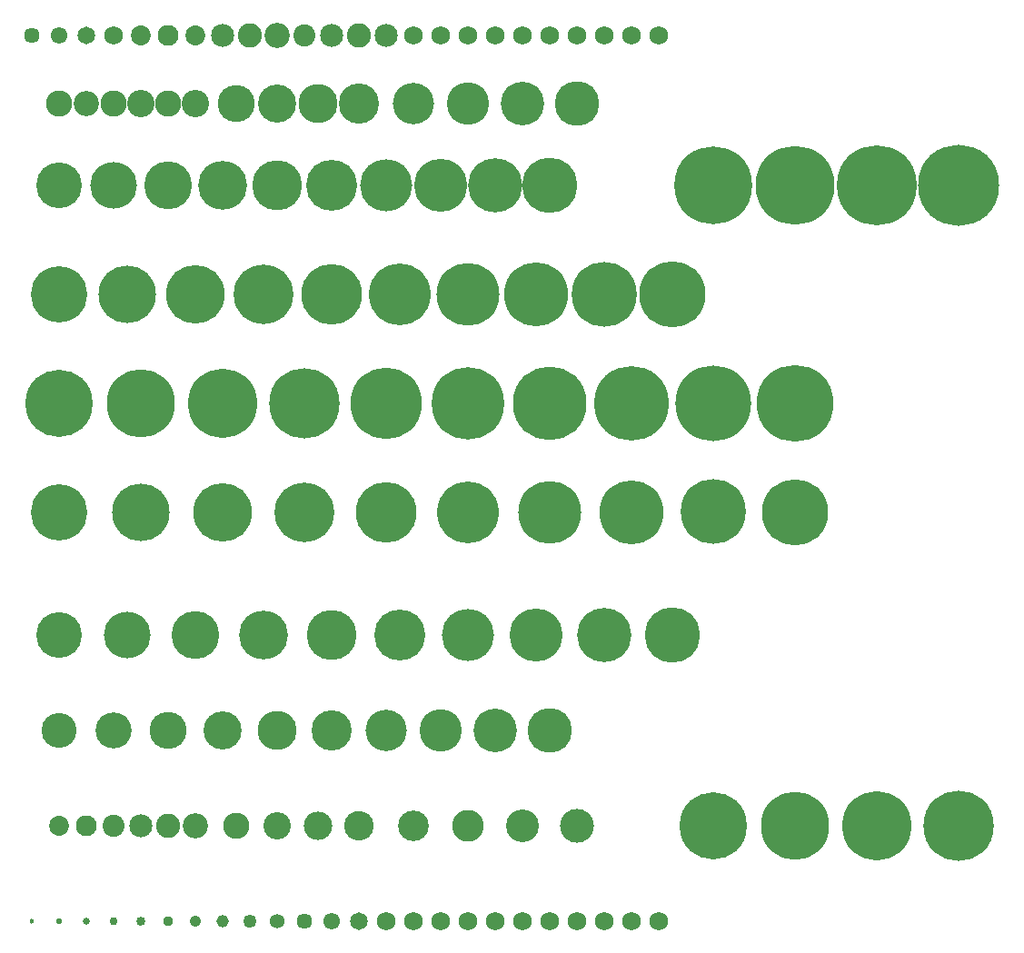
<source format=gts>
G04 MADE WITH FRITZING*
G04 WWW.FRITZING.ORG*
G04 DOUBLE SIDED*
G04 HOLES PLATED*
G04 CONTOUR ON CENTER OF CONTOUR VECTOR*
%ASAXBY*%
%FSLAX23Y23*%
%MOIN*%
%OFA0B0*%
%SFA1.0B1.0*%
%ADD10C,0.297401*%
%ADD11C,0.293465*%
%ADD12C,0.289527*%
%ADD13C,0.285591*%
%ADD14C,0.281653*%
%ADD15C,0.277717*%
%ADD16C,0.273779*%
%ADD17C,0.269843*%
%ADD18C,0.265905*%
%ADD19C,0.261969*%
%ADD20C,0.258031*%
%ADD21C,0.226535*%
%ADD22C,0.230473*%
%ADD23C,0.198976*%
%ADD24C,0.238347*%
%ADD25C,0.234409*%
%ADD26C,0.242283*%
%ADD27C,0.222598*%
%ADD28C,0.218661*%
%ADD29C,0.202913*%
%ADD30C,0.195039*%
%ADD31C,0.191102*%
%ADD32C,0.187165*%
%ADD33C,0.183228*%
%ADD34C,0.179291*%
%ADD35C,0.254095*%
%ADD36C,0.214724*%
%ADD37C,0.175354*%
%ADD38C,0.250157*%
%ADD39C,0.210787*%
%ADD40C,0.171417*%
%ADD41C,0.246221*%
%ADD42C,0.206850*%
%ADD43C,0.167480*%
%ADD44C,0.163543*%
%ADD45C,0.159606*%
%ADD46C,0.155669*%
%ADD47C,0.151732*%
%ADD48C,0.147795*%
%ADD49C,0.143858*%
%ADD50C,0.139921*%
%ADD51C,0.135984*%
%ADD52C,0.100551*%
%ADD53C,0.096614*%
%ADD54C,0.092677*%
%ADD55C,0.080866*%
%ADD56C,0.088740*%
%ADD57C,0.084803*%
%ADD58C,0.072992*%
%ADD59C,0.076929*%
%ADD60C,0.069055*%
%ADD61C,0.065118*%
%ADD62C,0.061181*%
%ADD63C,0.057244*%
%ADD64C,0.120236*%
%ADD65C,0.112362*%
%ADD66C,0.124173*%
%ADD67C,0.116299*%
%ADD68C,0.104488*%
%ADD69C,0.218662*%
%ADD70C,0.128110*%
%ADD71C,0.258032*%
%ADD72C,0.242284*%
%ADD73C,0.254094*%
%ADD74C,0.238346*%
%ADD75C,0.132047*%
%ADD76C,0.210788*%
%ADD77C,0.250158*%
%ADD78C,0.234410*%
%ADD79C,0.246220*%
%ADD80C,0.230472*%
%ADD81C,0.108425*%
%ADD82C,0.226536*%
%ADD83C,0.021811*%
%ADD84C,0.017874*%
%ADD85C,0.033622*%
%ADD86C,0.037559*%
%ADD87C,0.025748*%
%ADD88C,0.029685*%
%ADD89C,0.045433*%
%ADD90C,0.041496*%
%ADD91C,0.053307*%
%ADD92C,0.049370*%
%LNMASK1*%
G90*
G70*
G54D10*
X3453Y2752D03*
G54D11*
X3153Y2752D03*
G54D12*
X2853Y2752D03*
G54D13*
X2553Y2752D03*
G54D14*
X2853Y1952D03*
G54D15*
X2553Y1952D03*
G54D16*
X2253Y1952D03*
G54D17*
X1953Y1952D03*
G54D18*
X1653Y1952D03*
G54D19*
X1353Y1952D03*
G54D20*
X1053Y1952D03*
G54D21*
X1403Y2352D03*
G54D22*
X1653Y2352D03*
G54D23*
X1753Y2752D03*
G54D24*
X2153Y2352D03*
G54D25*
X1903Y2352D03*
G54D26*
X2403Y2352D03*
G54D27*
X1153Y2352D03*
G54D28*
X903Y2352D03*
G54D29*
X1953Y2752D03*
G54D30*
X1553Y2752D03*
G54D31*
X1353Y2752D03*
G54D32*
X1153Y2752D03*
G54D33*
X953Y2752D03*
G54D34*
X753Y2752D03*
G54D35*
X753Y1952D03*
G54D36*
X653Y2352D03*
G54D37*
X553Y2752D03*
G54D38*
X453Y1952D03*
G54D39*
X403Y2352D03*
G54D40*
X353Y2752D03*
G54D41*
X153Y1952D03*
G54D42*
X153Y2352D03*
G54D43*
X153Y2752D03*
G54D44*
X2053Y3052D03*
G54D45*
X1853Y3052D03*
G54D46*
X1653Y3052D03*
G54D47*
X1453Y3052D03*
G54D48*
X1253Y3052D03*
G54D49*
X1103Y3052D03*
G54D50*
X953Y3052D03*
G54D51*
X803Y3052D03*
G54D52*
X653Y3052D03*
G54D53*
X553Y3052D03*
G54D52*
X453Y3052D03*
G54D53*
X353Y3052D03*
G54D54*
X253Y3052D03*
G54D53*
X153Y3052D03*
G54D55*
X1053Y3302D03*
G54D56*
X1253Y3302D03*
G54D57*
X1153Y3302D03*
G54D58*
X653Y3302D03*
G54D59*
X553Y3302D03*
G54D58*
X453Y3302D03*
G54D60*
X353Y3302D03*
G54D61*
X253Y3302D03*
G54D62*
X153Y3302D03*
G54D63*
X53Y3302D03*
G54D57*
X753Y3302D03*
G54D54*
X953Y3302D03*
G54D56*
X853Y3302D03*
G54D57*
X1353Y3302D03*
G54D64*
X1853Y402D03*
G54D65*
X1453Y402D03*
G54D52*
X953Y402D03*
G54D49*
X953Y752D03*
G54D33*
X1153Y1102D03*
G54D27*
X1353Y1552D03*
G54D60*
X2253Y52D03*
G54D66*
X2053Y402D03*
G54D67*
X1653Y402D03*
G54D68*
X1103Y402D03*
G54D50*
X753Y752D03*
G54D34*
X903Y1102D03*
G54D69*
X1053Y1552D03*
G54D60*
X2353Y52D03*
X2153Y3302D03*
X2253Y3302D03*
X2353Y3302D03*
G54D70*
X153Y752D03*
G54D43*
X153Y1102D03*
G54D42*
X153Y1552D03*
G54D60*
X1453Y52D03*
G54D71*
X3453Y402D03*
G54D58*
X153Y402D03*
G54D44*
X1953Y752D03*
G54D29*
X2403Y1102D03*
G54D72*
X2853Y1552D03*
G54D60*
X1553Y52D03*
G54D73*
X3153Y402D03*
G54D59*
X253Y402D03*
G54D45*
X1753Y752D03*
G54D23*
X2153Y1102D03*
G54D74*
X2553Y1553D03*
G54D60*
X1653Y52D03*
G54D55*
X353Y402D03*
G54D75*
X353Y752D03*
G54D40*
X403Y1102D03*
G54D76*
X453Y1552D03*
G54D60*
X1753Y52D03*
G54D77*
X2853Y402D03*
G54D57*
X453Y402D03*
G54D46*
X1553Y752D03*
G54D30*
X1903Y1102D03*
G54D78*
X2253Y1552D03*
G54D60*
X1853Y52D03*
G54D79*
X2553Y402D03*
G54D56*
X553Y402D03*
G54D47*
X1353Y752D03*
G54D31*
X1653Y1102D03*
G54D80*
X1953Y1552D03*
G54D60*
X1953Y52D03*
G54D54*
X653Y402D03*
G54D51*
X553Y752D03*
G54D37*
X653Y1102D03*
G54D36*
X753Y1552D03*
G54D60*
X2053Y52D03*
G54D81*
X1253Y402D03*
G54D53*
X803Y402D03*
G54D48*
X1153Y752D03*
G54D32*
X1403Y1102D03*
G54D82*
X1653Y1552D03*
G54D60*
X2153Y52D03*
X1453Y3302D03*
X1553Y3302D03*
X1653Y3302D03*
X1753Y3302D03*
X1853Y3302D03*
X1953Y3302D03*
X2053Y3302D03*
G54D83*
X153Y52D03*
G54D84*
X53Y52D03*
G54D85*
X453Y52D03*
G54D86*
X553Y52D03*
G54D87*
X253Y52D03*
G54D88*
X353Y52D03*
G54D89*
X753Y52D03*
G54D90*
X653Y52D03*
G54D91*
X953Y52D03*
G54D63*
X1053Y52D03*
G54D62*
X1153Y52D03*
G54D61*
X1253Y52D03*
G54D60*
X1353Y52D03*
G54D92*
X853Y52D03*
G04 End of Mask1*
M02*
</source>
